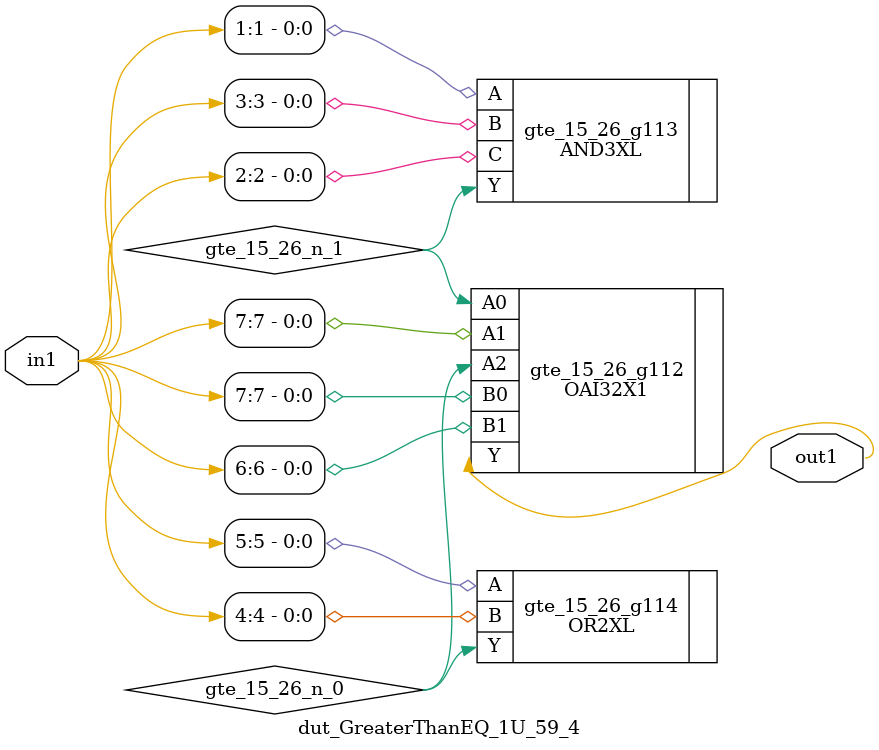
<source format=v>
`timescale 1ps / 1ps


module dut_GreaterThanEQ_1U_59_4(in1, out1);
  input [7:0] in1;
  output out1;
  wire [7:0] in1;
  wire out1;
  wire gte_15_26_n_0, gte_15_26_n_1;
  OAI32X1 gte_15_26_g112(.A0 (gte_15_26_n_1), .A1 (in1[7]), .A2
       (gte_15_26_n_0), .B0 (in1[7]), .B1 (in1[6]), .Y (out1));
  AND3XL gte_15_26_g113(.A (in1[1]), .B (in1[3]), .C (in1[2]), .Y
       (gte_15_26_n_1));
  OR2XL gte_15_26_g114(.A (in1[5]), .B (in1[4]), .Y (gte_15_26_n_0));
endmodule



</source>
